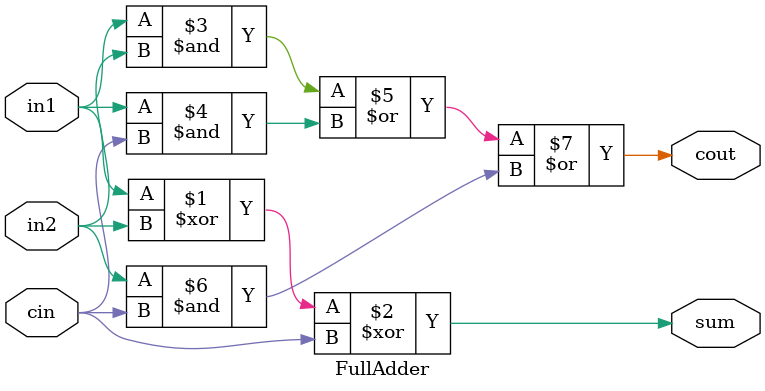
<source format=v>
`timescale 1ns / 1ps

module FullAdder(
    input in1,
    input in2,
    input cin,
    output cout,
    output sum
    );
    
assign sum = in1 ^ in2 ^ cin;
assign cout = (in1 & in2) | (in1 & cin) | (in2 & cin);    

endmodule

</source>
